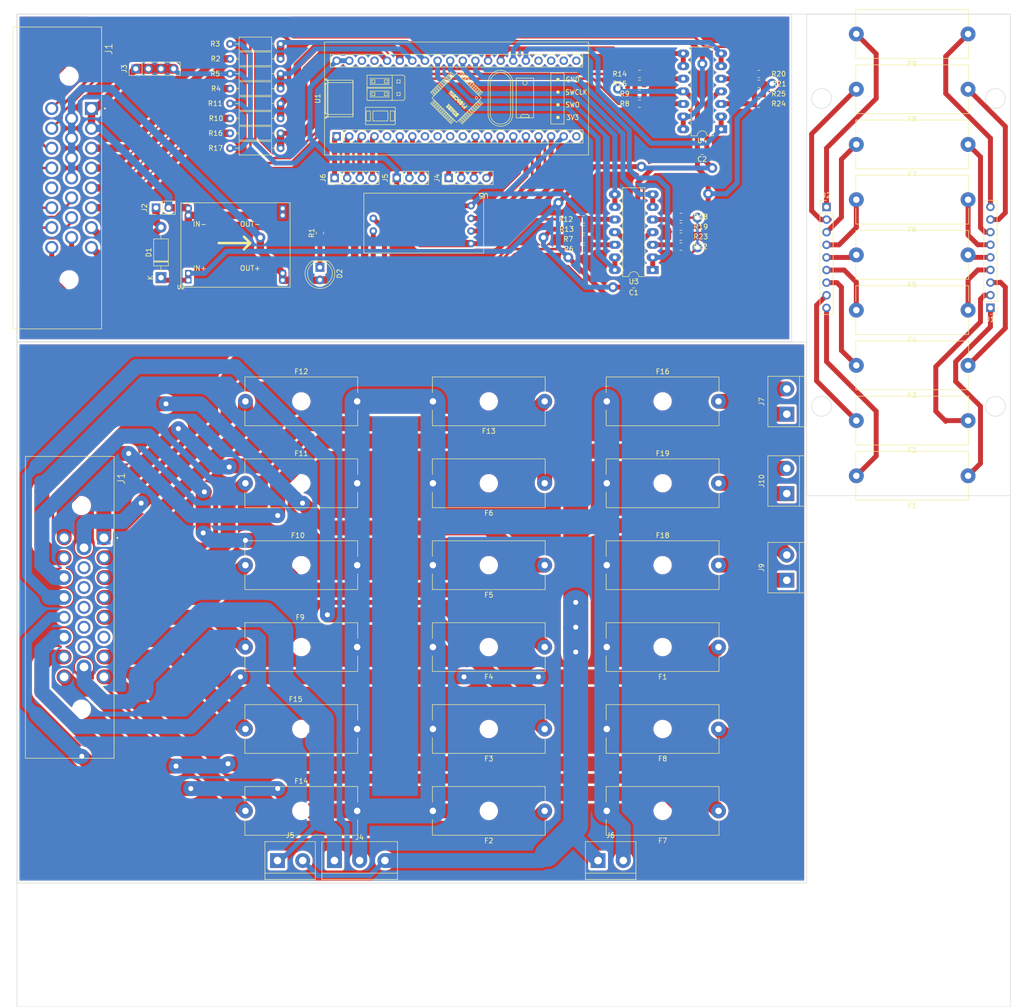
<source format=kicad_pcb>
(kicad_pcb (version 20211014) (generator pcbnew)
  (layers (0 "F.Cu" signal) (31 "B.Cu" signal) (34 "B.Paste" user) (35 "F.Paste" user) (36 "B.SilkS" user "B.Silkscreen") (37 "F.SilkS" user "F.Silkscreen") (38 "B.Mask" user) (39 "F.Mask" user) (44 "Edge.Cuts" user))
  (net 0 "")
  (footprint "Fuse:Fuseholder_Cylinder-5x20mm_Schurter_0031_8201_Horizontal_Open" (layer "F.Cu") (at 136.25 190 180)
    (fp_text reference "F3")
    (fp_text value "Fuse")
  )
  (footprint "Connector_PinHeader_2.54mm:PinHeader_1x04_P2.54mm_Vertical" (layer "F.Cu") (at 93.95 79 90)
    (fp_text reference "J6")
    (fp_text value "Conn_01x04_Male")
  )
  (footprint "Capacitor_SMD:C_0805_2012Metric" (layer "F.Cu") (at 154.175 100.415 180)
    (fp_text reference "C1")
    (fp_text value "C")
  )
  (footprint "Cheetah:DC-BRICK" (layer "F.Cu") (at 63 101)
    (fp_text reference "U2")
    (fp_text value "MP1584")
  )
  (footprint "Fuse:Fuseholder_Cylinder-5x20mm_Schurter_0031_8201_Horizontal_Open" (layer "F.Cu") (at 148.75 140.5)
    (fp_text reference "F19")
    (fp_text value "Fuse")
  )
  (footprint "Fuse:Fuseholder_Cylinder-5x20mm_Schurter_0031_8201_Horizontal_Open" (layer "F.Cu") (at 221.5 127.875 180)
    (fp_text reference "F2")
    (fp_text value "Fuse")
  )
  (footprint "Fuse:Fuseholder_Cylinder-5x20mm_Schurter_0031_8201_Horizontal_Open" (layer "F.Cu") (at 136.25 140.5 180)
    (fp_text reference "F6")
    (fp_text value "Fuse")
  )
  (footprint "TerminalBlock:TerminalBlock_bornier-2_P5.08mm" (layer "F.Cu") (at 185 126.58 90)
    (fp_text reference "J7")
    (fp_text value "CS_POWER")
  )
  (footprint "Connector_PinHeader_2.54mm:PinHeader_1x03_P2.54mm_Vertical" (layer "F.Cu") (at 106.475 79 90)
    (fp_text reference "J5")
    (fp_text value "UART")
  )
  (footprint "Fuse:Fuseholder_Cylinder-5x20mm_Schurter_0031_8201_Horizontal_Open" (layer "F.Cu") (at 76 140.5)
    (fp_text reference "F11")
    (fp_text value "Fuse")
  )
  (footprint "Capacitor_SMD:C_0805_2012Metric" (layer "F.Cu") (at 167.95 73.55 180)
    (fp_text reference "C2")
    (fp_text value "C")
  )
  (footprint "Fuse:Fuseholder_Cylinder-5x20mm_Schurter_0031_8201_Horizontal_Open" (layer "F.Cu") (at 221.5 116.75 180)
    (fp_text reference "F3")
    (fp_text value "Fuse")
  )
  (footprint "Fuse:Fuseholder_Cylinder-5x20mm_Schurter_0031_8201_Horizontal_Open" (layer "F.Cu") (at 76 206.5)
    (fp_text reference "F14")
    (fp_text value "Fuse")
  )
  (footprint "Resistor_SMD:R_0805_2012Metric" (layer "F.Cu") (at 91 90.0875 90)
    (fp_text reference "R1")
    (fp_text value "220")
  )
  (footprint "Resistor_THT:R_Axial_DIN0207_L6.3mm_D2.5mm_P10.16mm_Horizontal" (layer "F.Cu") (at 83.08 70 180)
    (fp_text reference "R16")
    (fp_text value "10k")
  )
  (footprint "Resistor_SMD:R_0805_2012Metric" (layer "F.Cu") (at 163.675 92.8275)
    (fp_text reference "R22")
    (fp_text value "10k")
  )
  (footprint "Resistor_SMD:R_0805_2012Metric" (layer "F.Cu") (at 179.3625 64.05)
    (fp_text reference "R24")
    (fp_text value "10k")
  )
  (footprint "Fuse:Fuseholder_Cylinder-5x20mm_Schurter_0031_8201_Horizontal_Open" (layer "F.Cu") (at 221.5 72.25 180)
    (fp_text reference "F7")
    (fp_text value "Fuse")
  )
  (footprint "Diode_THT:D_DO-41_SOD81_P10.16mm_Horizontal" (layer "F.Cu") (at 59 99.08 90)
    (fp_text reference "D1")
    (fp_text value "1N4007")
  )
  (footprint "Fuse:Fuseholder_Cylinder-5x20mm_Schurter_0031_8201_Horizontal_Open" (layer "F.Cu") (at 136.25 173.5 180)
    (fp_text reference "F4")
    (fp_text value "Fuse")
  )
  (footprint "Fuse:Fuseholder_Cylinder-5x20mm_Schurter_0031_8201_Horizontal_Open" (layer "F.Cu") (at 221.5 61.125 180)
    (fp_text reference "F8")
    (fp_text value "Fuse")
  )
  (footprint "Fuse:Fuseholder_Cylinder-5x20mm_Schurter_0031_8201_Horizontal_Open" (layer "F.Cu") (at 76 173.5)
    (fp_text reference "F9")
    (fp_text value "Fuse")
  )
  (footprint "Fuse:Fuseholder_Cylinder-5x20mm_Schurter_0031_8201_Horizontal_Open" (layer "F.Cu") (at 76 157)
    (fp_text reference "F10")
    (fp_text value "Fuse")
  )
  (footprint "Resistor_SMD:R_0805_2012Metric" (layer "F.Cu") (at 155.3625 62.05)
    (fp_text reference "R9")
    (fp_text value "20k")
  )
  (footprint "Fuse:Fuseholder_Cylinder-5x20mm_Schurter_0031_8201_Horizontal_Open" (layer "F.Cu") (at 171.25 206.5 180)
    (fp_text reference "F7")
    (fp_text value "Fuse")
  )
  (footprint "Package_DIP:DIP-14_W7.62mm_LongPads" (layer "F.Cu") (at 158 97.54 180)
    (fp_text reference "U3")
    (fp_text value "LM324")
  )
  (footprint "Resistor_THT:R_Axial_DIN0207_L6.3mm_D2.5mm_P10.16mm_Horizontal" (layer "F.Cu") (at 83.08 61 180)
    (fp_text reference "R4")
    (fp_text value "10k")
  )
  (footprint "Resistor_SMD:R_0805_2012Metric" (layer "F.Cu") (at 155.3625 60.05)
    (fp_text reference "R15")
    (fp_text value "20k")
  )
  (footprint "Fuse:Fuseholder_Cylinder-5x20mm_Schurter_0031_8201_Horizontal_Open" (layer "F.Cu") (at 221.5 50 180)
    (fp_text reference "F9")
    (fp_text value "Fuse")
  )
  (footprint "Fuse:Fuseholder_Cylinder-5x20mm_Schurter_0031_8201_Horizontal_Open" (layer "F.Cu") (at 221.5 83.375 180)
    (fp_text reference "F6")
    (fp_text value "Fuse")
  )
  (footprint "Fuse:Fuseholder_Cylinder-5x20mm_Schurter_0031_8201_Horizontal_Open" (layer "F.Cu") (at 136.25 124 180)
    (fp_text reference "F13")
    (fp_text value "Fuse")
  )
  (footprint "Resistor_SMD:R_0805_2012Metric" (layer "F.Cu") (at 163.675 90.8275 180)
    (fp_text reference "R23")
    (fp_text value "20k")
  )
  (footprint "TerminalBlock:TerminalBlock_bornier-2_P5.08mm" (layer "F.Cu") (at 185 160.04 90)
    (fp_text reference "J9")
    (fp_text value "ISOL_POWER")
  )
  (footprint "Resistor_SMD:R_0805_2012Metric" (layer "F.Cu") (at 179.3625 62.05 180)
    (fp_text reference "R25")
    (fp_text value "20k")
  )
  (footprint "Resistor_SMD:R_0805_2012Metric" (layer "F.Cu") (at 163.675 88.8275 180)
    (fp_text reference "R19")
    (fp_text value "20k")
  )
  (footprint "TerminalBlock:TerminalBlock_bornier-3_P5.08mm" (layer "F.Cu") (at 93.92 216.5)
    (fp_text reference "J4")
    (fp_text value "DC_CONVERTER")
  )
  (footprint "Resistor_THT:R_Axial_DIN0207_L6.3mm_D2.5mm_P10.16mm_Horizontal" (layer "F.Cu") (at 83.08 55 180)
    (fp_text reference "R2")
    (fp_text value "10k")
  )
  (footprint "Package_DIP:DIP-14_W7.62mm_LongPads" (layer "F.Cu") (at 171.775 69.175 180)
    (fp_text reference "U4")
    (fp_text value "LM324")
  )
  (footprint "Resistor_SMD:R_0805_2012Metric" (layer "F.Cu") (at 144.0875 91.3275)
    (fp_text reference "R7")
    (fp_text value "20k")
  )
  (footprint "Resistor_SMD:R_0805_2012Metric" (layer "F.Cu") (at 144.0875 93.3275 180)
    (fp_text reference "R6")
    (fp_text value "10k")
  )
  (footprint "Resistor_THT:R_Axial_DIN0207_L6.3mm_D2.5mm_P10.16mm_Horizontal" (layer "F.Cu") (at 72.92 73)
    (fp_text reference "R17")
    (fp_text value "20k")
  )
  (footprint "Fuse:Fuseholder_Cylinder-5x20mm_Schurter_0031_8201_Horizontal_Open" (layer "F.Cu") (at 221.5 105.625 180)
    (fp_text reference "F4")
    (fp_text value "Fuse")
  )
  (footprint "Resistor_SMD:R_0805_2012Metric" (layer "F.Cu") (at 155.3625 64.05 180)
    (fp_text reference "R8")
    (fp_text value "10k")
  )
  (footprint "TerminalBlock:TerminalBlock_bornier-2_P5.08mm" (layer "F.Cu") (at 82.46 216.5)
    (fp_text reference "J5")
    (fp_text value "VBAT")
  )
  (footprint "Connector_PinHeader_2.54mm:PinHeader_1x09_P2.54mm_Vertical" (layer "F.Cu") (at 193 84.85)
    (fp_text reference "J2")
    (fp_text value "Conn_01x09_Male")
  )
  (footprint "Fuse:Fuseholder_Cylinder-5x20mm_Schurter_0031_8201_Horizontal_Open" (layer "F.Cu") (at 148.75 157)
    (fp_text reference "F18")
    (fp_text value "Fuse")
  )
  (footprint "TerminalBlock:TerminalBlock_bornier-2_P5.08mm" (layer "F.Cu") (at 147 216.5)
    (fp_text reference "J6")
    (fp_text value "UNFUSED")
  )
  (footprint "Resistor_SMD:R_0805_2012Metric" (layer "F.Cu") (at 163.675 86.8275)
    (fp_text reference "R18")
    (fp_text value "10k")
  )
  (footprint "Resistor_SMD:R_0805_2012Metric" (layer "F.Cu") (at 155.3625 58.05 180)
    (fp_text reference "R14")
    (fp_text value "10k")
  )
  (footprint "Fuse:Fuseholder_Cylinder-5x20mm_Schurter_0031_8201_Horizontal_Open" (layer "F.Cu") (at 148.75 124)
    (fp_text reference "F16")
    (fp_text value "Fuse")
  )
  (footprint "Resistor_SMD:R_0805_2012Metric" (layer "F.Cu") (at 179.3625 60.05 180)
    (fp_text reference "R21")
    (fp_text value "20k")
  )
  (footprint "Resistor_SMD:R_0805_2012Metric" (layer "F.Cu") (at 144.0875 89.3275)
    (fp_text reference "R13")
    (fp_text value "20k")
  )
  (footprint "Connector_PinHeader_2.54mm:PinHeader_1x09_P2.54mm_Vertical" (layer "F.Cu") (at 226 105.15 180)
    (fp_text reference "J1")
    (fp_text value "Conn_01x09_Male")
  )
  (footprint "Fuse:Fuseholder_Cylinder-5x20mm_Schurter_0031_8201_Horizontal_Open" (layer "F.Cu") (at 136.25 206.5 180)
    (fp_text reference "F2")
    (fp_text value "Fuse")
  )
  (footprint "LED_THT:LED_D5.0mm" (layer "F.Cu") (at 91 97 -90)
    (fp_text reference "D2")
    (fp_text value "LED")
  )
  (footprint "Resistor_THT:R_Axial_DIN0207_L6.3mm_D2.5mm_P10.16mm_Horizontal" (layer "F.Cu") (at 72.92 58)
    (fp_text reference "R5")
    (fp_text value "20k")
  )
  (footprint "Resistor_THT:R_Axial_DIN0207_L6.3mm_D2.5mm_P10.16mm_Horizontal" (layer "F.Cu") (at 72.92 52)
    (fp_text reference "R3")
    (fp_text value "20k")
  )
  (footprint "Fuse:Fuseholder_Cylinder-5x20mm_Schurter_0031_8201_Horizontal_Open" (layer "F.Cu") (at 171.25 173.5 180)
    (fp_text reference "F1")
    (fp_text value "Fuse")
  )
  (footprint "Ampseal 23:TE_1-776087-1" (layer "F.Cu") (at 45 65 -90)
    (fp_text reference "J1")
    (fp_text value "1-776087-1")
  )
  (footprint "Resistor_THT:R_Axial_DIN0207_L6.3mm_D2.5mm_P10.16mm_Horizontal" (layer "F.Cu") (at 72.92 64)
    (fp_text reference "R11")
    (fp_text value "20k")
  )
  (footprint "Fuse:Fuseholder_Cylinder-5x20mm_Schurter_0031_8201_Horizontal_Open" (layer "F.Cu") (at 221.5 139 180)
    (fp_text reference "F1")
    (fp_text value "Fuse")
  )
  (footprint "Fuse:Fuseholder_Cylinder-5x20mm_Schurter_0031_8201_Horizontal_Open" (layer "F.Cu") (at 221.5 94.5 180)
    (fp_text reference "F5")
    (fp_text value "Fuse")
  )
  (footprint "Connector_PinHeader_2.54mm:PinHeader_1x04_P2.54mm_Vertical" (layer "F.Cu") (at 116.92 79 90)
    (fp_text reference "J4")
    (fp_text value "Conn_01x04_Male")
  )
  (footprint "Cheetah:TJA1050-Module" (layer "F.Cu") (at 123.97 82.0625 180)
    (fp_text reference "U5")
    (fp_text value "TJA1050-Module")
  )
  (footprint "Resistor_THT:R_Axial_DIN0207_L6.3mm_D2.5mm_P10.16mm_Horizontal" (layer "F.Cu") (at 83.08 67 180)
    (fp_text reference "R10")
    (fp_text value "10k")
  )
  (footprint "Resistor_SMD:R_0805_2012Metric" (layer "F.Cu") (at 179.3625 58.05)
    (fp_text reference "R20")
    (fp_text value "10k")
  )
  (footprint "Fuse:Fuseholder_Cylinder-5x20mm_Schurter_0031_8201_Horizontal_Open" (layer "F.Cu") (at 136.25 157 180)
    (fp_text reference "F5")
    (fp_text value "Fuse")
  )
  (footprint "STM32:YAAJ_BluePill_1" (layer "F.Cu") (at 94.37 70.62 90)
    (fp_text reference "U1")
    (fp_text value "YAAJ_BluePill" hide)
  )
  (footprint "Fuse:Fuseholder_Cylinder-5x20mm_Schurter_0031_8201_Horizontal_Open" (layer "F.Cu") (at 76 190)
    (fp_text reference "F15")
    (fp_text value "Fuse")
  )
  (footprint "Fuse:Fuseholder_Cylinder-5x20mm_Schurter_0031_8201_Horizontal_Open" (layer "F.Cu") (at 76 124)
    (fp_text reference "F12")
    (fp_text value "Fuse")
  )
  (footprint "Fuse:Fuseholder_Cylinder-5x20mm_Schurter_0031_8201_Horizontal_Open" (layer "F.Cu") (at 171.25 190 180)
    (fp_text reference "F8")
    (fp_text value "Fuse")
  )
  (footprint "Connector_PinHeader_2.54mm:PinHeader_1x04_P2.54mm_Vertical" (layer "F.Cu") (at 53.92 57 90)
    (fp_text reference "J3")
    (fp_text value "Conn_01x04_Male")
  )
  (footprint "Connector_PinHeader_2.54mm:PinHeader_1x02_P2.54mm_Vertical" (layer "F.Cu") (at 58 85 90)
    (fp_text reference "J2")
    (fp_text value "Conn_01x02_Male")
  )
  (footprint "Resistor_SMD:R_0805_2012Metric" (layer "F.Cu") (at 144.0875 87.3275 180)
    (fp_text reference "R12")
    (fp_text value "10k")
  )
  (footprint "Ampseal 23:TE_1-776087-1" (layer "F.Cu") (at 47.5 151.5 -90)
    (fp_text reference "J1")
    (fp_text value "1-776087-1")
  )
  (footprint "TerminalBlock:TerminalBlock_bornier-2_P5.08mm" (layer "F.Cu") (at 185 142.58 90)
    (fp_text reference "J10")
    (fp_text value "AUX_POWER")
  )
  (gr_circle (center 192 125) (end 194 125) (layer "Edge.Cuts") (width 0.1) (fill none))
  (gr_circle (center 227 63) (end 229 63) (layer "Edge.Cuts") (width 0.1) (fill none))
  (gr_circle (center 227 125) (end 229 125) (layer "Edge.Cuts") (width 0.1) (fill none))
  (gr_line (start 189 46) (end 189 143) (layer "Edge.Cuts") (width 0.1))
  (gr_line (start 230 46) (end 189 46) (layer "Edge.Cuts") (width 0.1))
  (gr_rect (start 30 46) (end 230 246) (layer "Edge.Cuts") (width 0.1) (fill none))
  (gr_circle (center 192 63) (end 194 63) (layer "Edge.Cuts") (width 0.1) (fill none))
  (gr_rect (start 30 112.04) (end 189 221.04) (layer "Edge.Cuts") (width 0.1) (fill none))
  (gr_line (start 230 143) (end 230 46) (layer "Edge.Cuts") (width 0.1))
  (gr_rect (start 30 46) (end 186 112) (layer "Edge.Cuts") (width 0.1) (fill none))
  (gr_line (start 189 143) (end 230 143) (layer "Edge.Cuts") (width 0.1))
  (segment (start 227.63 87.37) (end 229 86) (width 1) (layer "F.Cu") (net 0))
  (segment (start 98 95) (end 98 87) (width 1.5) (layer "F.Cu") (net 0))
  (segment (start 174.96 124) (end 177.54 126.58) (width 3) (layer "F.Cu") (net 0))
  (segment (start 137.55 80.45) (end 137.55 70.62) (width 1) (layer "F.Cu") (net 0))
  (segment (start 45 182) (end 42 182) (width 3) (layer "F.Cu") (net 0))
  (segment (start 47 102) (end 41 96) (width 1) (layer "F.Cu") (net 0))
  (segment (start 85 70) (end 83.08 70) (width 1) (layer "F.Cu") (net 0))
  (segment (start 226 71) (end 217 62) (width 1) (layer "F.Cu") (net 0))
  (segment (start 122 78) (end 127.39 72.61) (width 1) (layer "F.Cu") (net 0))
  (segment (start 79 91) (end 79 93.7) (width 1.5) (layer "F.Cu") (net 0))
  (segment (start 150 101) (end 152.64 101) (width 1) (layer "F.Cu") (net 0))
  (segment (start 84.54952 47.40096) (end 44.59904 47.40096) (width 0.5) (layer "F.Cu") (net 0))
  (segment (start 167 64) (end 164.555 61.555) (width 1) (layer "F.Cu") (net 0))
  (segment (start 65 202) (end 54.510548 202) (width 3) (layer "F.Cu") (net 0))
  (segment (start 180.275 58.031808) (end 181 57.306808) (width 0.5) (layer "F.Cu") (net 0))
  (segment (start 115 197) (end 72.5 197) (width 3) (layer "F.Cu") (net 0))
  (segment (start 190 70.125) (end 199 61.125) (width 1) (layer "F.Cu") (net 0))
  (segment (start 47.5 175.5) (end 61.5 175.5) (width 3) (layer "F.Cu") (net 0))
  (segment (start 217 62) (end 217 54.5) (width 1) (layer "F.Cu") (net 0))
  (segment (start 135.01 79.99) (end 125.3175 89.6825) (width 1) (layer "F.Cu") (net 0))
  (segment (start 37 99.075238) (end 41.224281 103.299519) (width 1) (layer "F.Cu") (net 0))
  (segment (start 145 87.3275) (end 150.3275 87.3275) (width 1) (layer "F.Cu") (net 0))
  (segment (start 93.95 71.04) (end 94.37 70.62) (width 1) (layer "F.Cu") (net 0))
  (segment (start 76 129.024022) (end 76 124) (width 3) (layer "F.Cu") (net 0))
  (segment (start 119.46 79) (end 119.46 77.54) (width 1) (layer "F.Cu") (net 0))
  (segment (start 96.49 79) (end 96.49 71.04) (width 1) (layer "F.Cu") (net 0))
  (segment (start 52 73) (end 45 73) (width 1.5) (layer "F.Cu") (net 0))
  (segment (start 76 140.5) (end 72.5 144) (width 3) (layer "F.Cu") (net 0))
  (segment (start 151.93 91.07) (end 155 88) (width 1) (layer "F.Cu") (net 0))
  (segment (start 217 128) (end 217.125 127.875) (width 1) (layer "F.Cu") (net 0))
  (segment (start 52.5 124.5) (end 35 142) (width 3) (layer "F.Cu") (net 0))
  (segment (start 154.45 62.05) (end 152.05 62.05) (width 1) (layer "F.Cu") (net 0))
  (segment (start 177.54 126.58) (end 185 126.58) (width 3) (layer "F.Cu") (net 0))
  (segment (start 32 100.261384) (end 32 90.869308) (width 0.5) (layer "F.Cu") (net 0))
  (segment (start 160.415 59.015) (end 164.155 59.015) (width 1) (layer "F.Cu") (net 0))
  (segment (start 78.633386 137) (end 72.97309 137) (width 3) (layer "F.Cu") (net 0))
  (segment (start 88 57) (end 88 67) (width 1) (layer "F.Cu") (net 0))
  (segment (start 35.143845 85) (end 31 89.143845) (width 0.5) (layer "F.Cu") (net 0))
  (segment (start 168.9 64.03) (end 171.375 61.555) (width 1) (layer "F.Cu") (net 0))
  (segment (start 156.275 64.05) (end 156.275 62.05) (width 1) (layer "F.Cu") (net 0))
  (segment (start 217.125 127.875) (end 221.5 127.875) (width 1) (layer "F.Cu") (net 0))
  (segment (start 41.224281 103.299519) (end 97.700481 103.299519) (width 1) (layer "F.Cu") (net 0))
  (segment (start 145 91.3275) (end 145 93.3275) (width 1) (layer "F.Cu") (net 0))
  (segment (start 158 77) (end 167 77) (width 1) (layer "F.Cu") (net 0))
  (segment (start 138.5 117) (end 142.5 121) (width 5) (layer "F.Cu") (net 0))
  (segment (start 109.015 76.015) (end 107 74) (width 1) (layer "F.Cu") (net 0))
  (segment (start 164.5875 88.8275) (end 164.5875 90.8275) (width 1) (layer "F.Cu") (net 0))
  (segment (start 229 68.625) (end 221.5 61.125) (width 1) (layer "F.Cu") (net 0))
  (segment (start 72.5 119.5) (end 75 117) (width 3) (layer "F.Cu") (net 0))
  (segment (start 169.1725 87.8275) (end 169.1725 82.1725) (width 1) (layer "F.Cu") (net 0))
  (segment (start 52 81) (end 66 67) (width 1.5) (layer "F.Cu") (net 0))
  (segment (start 155.125 100.415) (end 155.125 101.875) (width 1) (layer "F.Cu") (net 0))
  (segment (start 171.25 157) (end 175.96 157) (width 3) (layer "F.Cu") (net 0))
  (segment (start 175.45 58.05) (end 174.485 59.015) (width 1) (layer "F.Cu") (net 0))
  (segment (start 55 144.5) (end 72.5 127) (width 3) (layer "F.Cu") (net 0))
  (segment (start 121.43 92.2225) (end 125.7775 92.2225) (width 1) (layer "F.Cu") (net 0))
  (segment (start 93.46 99.54) (end 98 95) (width 1.5) (layer "F.Cu") (net 0))
  (segment (start 150 53) (end 150.935 53.935) (width 1) (layer "F.Cu") (net 0))
  (segment (start 203 135) (end 199 139) (width 1) (layer "F.Cu") (net 0))
  (segment (start 70 167.5) (end 47.5 167.5) (width 3) (layer "F.Cu") (net 0))
  (segment (start 164.555 61.555) (end 164.155 61.555) (width 1) (layer "F.Cu") (net 0))
  (segment (start 134.6725 87.3275) (end 143.175 87.3275) (width 0.5) (layer "F.Cu") (net 0))
  (segment (start 45 81) (end 52 81) (width 1.5) (layer "F.Cu") (net 0))
  (segment (start 177.5 209.5) (end 175 212) (width 3) (layer "F.Cu") (net 0))
  (segment (start 179.08 149.04) (end 145 149.04) (width 3) (layer "F.Cu") (net 0))
  (segment (start 108.6025 84.6025) (end 106.475 82.475) (width 1) (layer "F.Cu") (net 0))
  (segment (start 143.175 93.3275) (end 129.803192 93.3275) (width 0.5) (layer "F.Cu") (net 0))
  (segment (start 155.125 101.875) (end 153 104) (width 1) (layer "F.Cu") (net 0))
  (segment (start 130 132) (end 92.5 132) (width 3) (layer "F.Cu") (net 0))
  (segment (start 101.95 58.05) (end 85 75) (width 0.5) (layer "F.Cu") (net 0))
  (segment (start 154.45 60.45) (end 154.45 60.05) (width 1) (layer "F.Cu") (net 0))
  (segment (start 158 87.38) (end 161.315 87.38) (width 1) (layer "F.Cu") (net 0))
  (segment (start 155 80) (end 158 77) (width 1) (layer "F.Cu") (net 0))
  (segment (start 179 160.04) (end 185 160.04) (width 3) (layer "F.Cu") (net 0))
  (segment (start 124.75 162) (end 90 162) (width 3) (layer "F.Cu") (net 0))
  (segment (start 122 79) (end 122 78) (width 1) (layer "F.Cu") (net 0))
  (segment (start 176.46 140.5) (end 171.25 140.5) (width 3) (layer "F.Cu") (net 0))
  (segment (start 64.5 99.6) (end 59.52 99.6) (width 1) (layer "F.Cu") (net 0))
  (segment (start 34 71) (end 36 73) (width 0.5) (layer "F.Cu") (net 0))
  (segment (start 85 75) (end 81 75) (width 0.5) (layer "F.Cu") (net 0))
  (segment (start 34 100) (end 38.349039 104.349039) (width 0.5) (layer "F.Cu") (net 0))
  (segment (start 64.5 86.53) (end 64.5 88.5) (width 1.5) (layer "F.Cu") (net 0))
  (segment (start 60.474534 197.474534) (end 45 182) (width 3) (layer "F.Cu") (net 0))
  (segment (start 152.05 62.05) (end 151 61) (width 1) (layer "F.Cu") (net 0))
  (segment (start 153 104) (end 150 104) (width 1) (layer "F.Cu") (net 0))
  (segment (start 124.54 79) (end 129.93 73.61) (width 1) (layer "F.Cu") (net 0))
  (segment (start 129.803192 93.3275) (end 117.982133 105.148559) (width 0.5) (layer "F.Cu") (net 0))
  (segment (start 193 84.85) (end 193 73) (width 1) (layer "F.Cu") (net 0))
  (segment (start 224 89) (end 224 74.75) (width 1) (layer "F.Cu") (net 0))
  (segment (start 226 105.15) (end 226 109) (width 1) (layer "F.Cu") (net 0))
  (segment (start 33 59) (end 33 75) (width 0.5) (layer "F.Cu") (net 0))
  (segment (start 190 85.592081) (end 190 70.125) (width 1) (layer "F.Cu") (net 0))
  (segment (start 193 95.01) (end 198.49 95.01) (width 1) (layer "F.Cu") (net 0))
  (segment (start 49 179.5) (end 47.5 179.5) (width 3) (layer "F.Cu") (net 0))
  (segment (start 97.7 82.475) (end 106.475 82.475) (width 1) (layer "F.Cu") (net 0))
  (segment (start 131.75 128.5) (end 87.133386 128.5) (width 3) (layer "F.Cu") (net 0))
  (segment (start 35 182.489452) (end 44.510548 192) (width 3) (layer "F.Cu") (net 0))
  (segment (start 107.07 54.177919) (end 107.07 55.38) (width 1.5) (layer "F.Cu") (net 0))
  (segment (start 125.3175 89.6825) (end 121.43 89.6825) (width 1) (layer "F.Cu") (net 0))
  (segment (start 164.76 87) (end 164.5875 86.8275) (width 0.5) (layer "F.Cu") (net 0))
  (segment (start 178.45 58.05) (end 178.45 60.05) (width 1) (layer "F.Cu") (net 0))
  (segment (start 42 182) (end 39.5 179.5) (width 3) (layer "F.Cu") (net 0))
  (segment (start 107 74) (end 107.07 73.93) (width 1) (layer "F.Cu") (net 0))
  (segment (start 164.5875 92.8275) (end 164.5875 94.051522) (width 0.5) (layer "F.Cu") (net 0))
  (segment (start 143.175 89.3275) (end 143.175 91.3275) (width 1) (layer "F.Cu") (net 0))
  (segment (start 159.45 58.05) (end 160.415 59.015) (width 1) (layer "F.Cu") (net 0))
  (segment (start 75 117) (end 138.5 117) (width 5) (layer "F.Cu") (net 0))
  (segment (start 152.639022 106) (end 37.738616 106) (width 0.5) (layer "F.Cu") (net 0))
  (segment (start 145 149.04) (end 142.5 151.54) (width 3) (layer "F.Cu") (net 0))
  (segment (start 79 93.7) (end 83.5 98.2) (width 1.5) (layer "F.Cu") (net 0))
  (segment (start 76 173.5) (end 70 167.5) (width 3) (layer "F.Cu") (net 0))
  (segment (start 175 212) (end 167.5 212) (width 3) (layer "F.Cu") (net 0))
  (segment (start 142.5 164.5) (end 142.5 169.5) (width 5) (layer "F.Cu") (net 0))
  (segment (start 38.017867 105.148559) (end 33 100.130692) (width 0.5) (layer "F.Cu") (net 0))
  (segment (start 124.85 72.15) (end 124.85 70.62) (width 1) (layer "F.Cu") (net 0))
  (segment (start 44.59904 47.40096) (end 33 59) (width 0.5) (layer "F.Cu") (net 0))
  (segment (start 109.015 79) (end 109.015 76.015) (width 1) (layer "F.Cu") (net 0))
  (segment (start 178.54 142.58) (end 176.46 140.5) (width 3) (layer "F.Cu") (net 0))
  (segment (start 35 89) (end 37 89) (width 0.5) (layer "F.Cu") (net 0))
  (segment (start 182.46 121.5) (end 180 119.04) (width 3) (layer "F.Cu") (net 0))
  (segment (start 99.03 79) (end 99.03 71.04) (width 1) (layer "F.Cu") (net 0))
  (segment (start 219 116) (end 219 120) (width 1) (layer "F.Cu") (net 0))
  (segment (start 158 89.92) (end 157.6 89.92) (width 1) (layer "F.Cu") (net 0))
  (segment (start 32 90.869308) (end 36.007297 86.862011) (width 0.5) (layer "F.Cu") (net 0))
  (segment (start 175.96 157) (end 179 160.04) (width 3) (layer "F.Cu") (net 0))
  (segment (start 47.5 151.5) (end 47.5 144.5) (width 3) (layer "F.Cu") (net 0))
  (segment (start 142.5 134.54) (end 142.5 151.54) (width 5) (layer "F.Cu") (net 0))
  (segment (start 136.25 140.5) (end 136.25 138.25) (width 3) (layer "F.Cu") (net 0))
  (segment (start 37.407444 106.79952) (end 37.607924 107) (width 0.5) (layer "F.Cu") (net 0))
  (segment (start 83.5 86.53) (end 88.355 86.53) (width 1.5) (layer "F.Cu") (net 0))
  (segment (start 37.738616 106) (end 32 100.261384) (width 0.5) (layer "F.Cu") (net 0))
  (segment (start 102.130692 59) (end 85.130692 76) (width 0.5) (layer "F.Cu") (net 0))
  (segment (start 104 97) (end 104 89.3975) (width 1) (layer "F.Cu") (net 0))
  (segment (start 226 109) (end 219 116) (width 1) (layer "F.Cu") (net 0))
  (segment (start 129.93 73.61) (end 129.93 70.62) (width 1) (layer "F.Cu") (net 0))
  (segment (start 99.03 71.04) (end 99.45 70.62) (width 1) (layer "F.Cu") (net 0))
  (segment (start 185 137.5) (end 178.46 137.5) (width 3) (layer "F.Cu") (net 0))
  (segment (start 171.775 56.475) (end 171.775 53.935) (width 1) (layer "F.Cu") (net 0))
  (segment (start 199 100) (end 196.55 97.55) (width 1) (layer "F.Cu") (net 0))
  (segment (start 111.2225 92.2225) (end 121.43 92.2225) (width 1.5) (layer "F.Cu") (net 0))
  (segment (start 72.5 124.5) (end 72.5 119.5) (width 3) (layer "F.Cu") (net 0))
  (segment (start 72.92 61) (end 68 61) (width 1.5) (layer "F.Cu") (net 0))
  (segment (start 80 76) (end 77 73) (width 0.5) (layer "F.Cu") (net 0))
  (segment (start 96.49 71.04) (end 96.91 70.62) (width 1) (layer "F.Cu") (net 0))
  (segment (start 156.275 58.05) (end 156.275 60.05) (width 1) (layer "F.Cu") (net 0))
  (segment (start 136.25 206.5) (end 132.750489 209.999511) (width 3) (layer "F.Cu") (net 0))
  (segment (start 67 70) (end 52 85) (width 1.5) (layer "F.Cu") (net 0))
  (segment (start 34 62.278315) (end 34 71) (width 0.5) (layer "F.Cu") (net 0))
  (segment (start 142.5 121) (end 142.5 134.54) (width 5) (layer "F.Cu") (net 0))
  (segment (start 103.02452 84.02452) (end 111.2225 92.2225) (width 1.5) (layer "F.Cu") (net 0))
  (segment (start 177.5 196.25) (end 177.5 209.5) (width 3) (layer "F.Cu") (net 0))
  (segment (start 75.869308 50) (end 55 50) (width 0.5) (layer "F.Cu") (net 0))
  (segment (start 181 57.306808) (end 181 56) (width 0.5) (layer "F.Cu") (net 0))
  (segment (start 83.5 85.13) (end 83.5 86.53) (width 3) (layer "F.Cu") (net 0))
  (segment (start 167 73.55) (end 167 64) (width 1) (layer "F.Cu") (net 0))
  (segment (start 41 83.633282) (end 41 83) (width 0.5) (layer "F.Cu") (net 0))
  (segment (start 90.808648 52) (end 104.892081 52) (width 1.5) (layer "F.Cu") (net 0))
  (segment (start 162.395 92.46) (end 162.7625 92.8275) (width 1) (layer "F.Cu") (net 0))
  (segment (start 199 105.625) (end 199 100) (width 1) (layer "F.Cu") (net 0))
  (segment (start 83.5 86.53) (end 64.5 86.53) (width 1.5) (layer "F.Cu") (net 0))
  (segment (start 229 86) (end 229 68.625) (width 1) (layer "F.Cu") (net 0))
  (segment (start 196 75.25) (end 199 72.25) (width 1) (layer "F.Cu") (net 0))
  (segment (start 203 54) (end 199 50) (width 1) (layer "F.Cu") (net 0))
  (segment (start 193 100.09) (end 195.09 100.09) (width 1) (layer "F.Cu") (net 0))
  (segment (start 45.92 65) (end 53.92 57) (width 1.5) (layer "F.Cu") (net 0))
  (segment (start 226 100.07) (end 227.93 100.07) (width 1) (layer "F.Cu") (net 0))
  (segment (start 101.57 79) (end 101.57 71.04) (width 1) (layer "F.Cu") (net 0))
  (segment (start 82.5 140.866614) (end 82.5 147) (width 3) (layer "F.Cu") (net 0))
  (segment (start 109.61 72.61) (end 109.61 70.62) (width 1) (layer "F.Cu") (net 0))
  (segment (start 181.95 60.05) (end 182 60) (width 1) (layer "F.Cu") (net 0))
  (segment (start 221.5 90.5) (end 221.5 83.375) (width 1) (layer "F.Cu") (net 0))
  (segment (start 166.48 50.65096) (end 85.65096 50.65096) (width 0.5) (layer "F.Cu") (net 0))
  (segment (start 154.45 64.05) (end 151.05 64.05) (width 0.5) (layer "F.Cu") (net 0))
  (segment (start 180.275 62.05) (end 180.275 60.05) (width 1) (layer "F.Cu") (net 0))
  (segment (start 45 65) (end 45 69) (width 1.5) (layer "F.Cu") (net 0))
  (segment (start 224 108) (end 215 117) (width 1) (layer "F.Cu") (net 0))
  (segment (start 76 157) (end 69.5 163.5) (width 3) (layer "F.Cu") (net 0))
  (segment (start 132.5 157) (end 125 149.5) (width 3) (layer "F.Cu") (net 0))
  (segment (start 106.475 82.475) (end 106.475 79) (width 1) (layer "F.Cu") (net 0))
  (segment (start 161.315 87.38) (end 162.7625 88.8275) (width 1) (layer "F.Cu") (net 0))
  (segment (start 72.97309 137) (end 72.736545 137.236545) (width 3) (layer "F.Cu") (net 0))
  (segment (start 175.982132 49.85144) (end 87 49.85144) (width 0.5) (layer "F.Cu") (net 0))
  (segment (start 111.555 74.555) (end 109.61 72.61) (width 1) (layer "F.Cu") (net 0))
  (segment (start 72.5 144) (end 72.5 152) (width 3) (layer "F.Cu") (net 0))
  (segment (start 155.727561 76.727561) (end 146.272439 76.727561) (width 1) (layer "F.Cu") (net 0))
  (segment (start 226 87.37) (end 227.63 87.37) (width 1) (layer "F.Cu") (net 0))
  (segment (start 97.700481 103.299519) (end 104 97) (width 1) (layer "F.Cu") (net 0))
  (segment (start 180 119.04) (end 144.46 119.04) (width 3) (layer "F.Cu") (net 0))
  (segment (start 224.797919 102.61) (end 224 103.407919) (width 1) (layer "F.Cu") (net 0))
  (segment (start 61.5 175.5) (end 76 190) (width 3) (layer "F.Cu") (net 0))
  (segment (start 81 75) (end 78 72) (width 0.5) (layer "F.Cu") (net 0))
  (segment (start 37 85) (end 35.143845 85) (width 0.5) (layer "F.Cu") (net 0))
  (segment (start 48 96) (end 45 93) (width 1.5) (layer "F.Cu") (net 0))
  (segment (start 39 66) (end 39 67) (width 0.5) (layer "F.Cu") (net 0))
  (segment (start 178.45 58.05) (end 175.45 58.05) (width 1) (layer "F.Cu") (net 0))
  (segment (start 98 87) (end 100.97548 84.02452) (width 1.5) (layer "F.Cu") (net 0))
  (segment (start 158 92.46) (end 162.395 92.46) (width 1) (layer "F.Cu") (net 0))
  (segment (start 72.92 67) (end 66 67) (width 1.5) (layer "F.Cu") (net 0))
  (segment (start 53 49) (end 37 65) (width 0.5) (layer "F.Cu") (net 0))
  (segment (start 88 67) (end 85 70) (width 1) (layer "F.Cu") (net 0))
  (segment (start 83.500489 203.000489) (end 82.5 202) (width 3) (layer "F.Cu") (net 0))
  (segment (start 135.01 70.62) (end 135.01 79.99) (width 1) (layer "F.Cu") (net 0))
  (segment (start 35.862011 91.137989) (end 34 93) (width 0.5) (layer "F.Cu") (net 0))
  (segment (start 177.58548 52.58548) (end 168.41452 52.58548) (width 0.5) (layer "F.Cu") (net 0))
  (segment (start 150.38 92.46) (end 145.8675 92.46) (width 1) (layer "F.Cu") (net 0))
  (segment (start 104.892081 52) (end 107.07 54.177919) (width 1.5) (layer "F.Cu") (net 0))
  (segment (start 57 96) (end 48 96) (width 1.5) (layer "F.Cu") (net 0))
  (segment (start 77 73) (end 77 51.130692) (width 0.5) (layer "F.Cu") (net 0))
  (segment (start 111.555 79) (end 111.555 74.555) (width 1) (layer "F.Cu") (net 0))
  (segment (start 47.5 155.5) (end 49.524022 155.5) (width 3) (layer "F.Cu") (net 0))
  (segment (start 155.125 92.395) (end 155.125 100.415) (width 1) (layer "F.Cu") (net 0))
  (segment (start 191 104.63) (end 191 119.875) (width 1) (layer "F.Cu") (net 0))
  (segment (start 229 101) (end 229 109.25) (width 1) (layer "F.Cu") (net 0))
  (segment (start 119.46 77.54) (end 124.85 72.15) (width 1) (layer "F.Cu") (net 0))
  (segment (start 224 74.75) (end 221.5 72.25) (width 1) (layer "F.Cu") (net 0))
  (segment (start 228 100) (end 229 101) (width 1) (layer "F.Cu") (net 0))
  (segment (start 164.11 64.05) (end 164.155 64.095) (width 1) (layer "F.Cu") (net 0))
  (segment (start 54.510548 202) (end 44.510548 192) (width 3) (layer "F.Cu") (net 0))
  (segment (start 36.007297 86.862011) (end 37.771271 86.862011) (width 0.5) (layer "F.Cu") (net 0))
  (segment (start 67.5 150.49952) (end 67.5 142.47309) (width 3) (layer "F.Cu") (net 0))
  (segment (start 171.25 173.5) (end 165.25 179.5) (width 3) (layer "F.Cu") (net 0))
  (segment (start 64.5 98.2) (end 64.5 99.6) (width 1) (layer "F.Cu") (net 0))
  (segment (start 167 77) (end 167 73.55) (width 1) (layer "F.Cu") (net 0))
  (segment (start 164.5875 88.8275) (end 168.1725 88.8275) (width 1) (layer "F.Cu") (net 0))
  (segment (start 60 124.5) (end 52.5 124.5) (width 3) (layer "F.Cu") (net 0))
  (segment (start 223.45 92.45) (end 221.5 90.5) (width 1) (layer "F.Cu") (net 0))
  (segment (start 102.880489 53.730489) (end 91.269511 53.730489) (width 1) (layer "F.Cu") (net 0))
  (segment (start 97 102) (end 47 102) (width 1) (layer "F.Cu") (net 0))
  (segment (start 58 85) (end 58 87.92) (width 1.5) (layer "F.Cu") (net 0))
  (segment (start 33 75) (end 35 77) (width 0.5) (layer "F.Cu") (net 0))
  (segment (start 38.349039 104.349039) (end 117.650961 104.349039) (width 0.5) (layer "F.Cu") (net 0))
  (segment (start 217 54.5) (end 221.5 50) (width 1) (layer "F.Cu") (net 0))
  (segment (start 91 97) (end 91 91) (width 1) (layer "F.Cu") (net 0))
  (segment (start 153.225 92.365) (end 151.93 91.07) (width 1) (layer "F.Cu") (net 0))
  (segment (start 132.750489 209.999511) (end 57.560991 209.999511) (width 3) (layer "F.Cu") (net 0))
  (segment (start 72.5 127) (end 72.5 124.5) (width 3) (layer "F.Cu") (net 0))
  (segment (start 150.935 53.935) (end 164.155 53.935) (width 1) (layer "F.Cu") (net 0))
  (segment (start 35 177) (end 35 182) (width 3) (layer "F.Cu") (net 0))
  (segment (start 124.85 54.15) (end 127.29952 51.70048) (width 1) (layer "F.Cu") (net 0))
  (segment (start 193 73) (end 203 63) (width 1) (layer "F.Cu") (net 0))
  (segment (start 226 84.83) (end 226 71) (width 1) (layer "F.Cu") (net 0))
  (segment (start 88.355 86.53) (end 91 89.175) (width 1.5) (layer "F.Cu") (net 0))
  (segment (start 150 104) (end 141 95) (width 1) (layer "F.Cu") (net 0))
  (segment (start 156.275 64.05) (end 164.11 64.05) (width 1) (layer "F.Cu") (net 0))
  (segment (start 91 89.175) (end 97.7 82.475) (width 1) (layer "F.Cu") (net 0))
  (segment (start 143.175 89.3275) (end 137.6725 89.3275) (width 1) (layer "F.Cu") (net 0))
  (segment (start 162.7625 92.8275) (end 162.7625 90.8275) (width 1) (layer "F.Cu") (net 0))
  (segment (start 136.25 157) (end 132.5 157) (width 3) (layer "F.Cu") (net 0))
  (segment (start 83.08 70) (end 83.08 73) (width 1.5) (layer "F.Cu") (net 0))
  (segment (start 150.78 89.92) (end 150.38 89.92) (width 1) (layer "F.Cu") (net 0))
  (segment (start 150.38 97.54) (end 150.38 95) (width 1) (layer "F.Cu") (net 0))
  (segment (start 64.5 88.5) (end 57 96) (width 1.5) (layer "F.Cu") (net 0))
  (segment (start 151.93 91.07) (end 150.78 89.92) (width 1) (layer "F.Cu") (net 0))
  (segment (start 116.92 77.08) (end 122.31 71.69) (width 1) (layer "F.Cu") (net 0))
  (segment (start 92.5 149.5) (end 87.5 144.5) (width 3) (layer "F.Cu") (net 0))
  (segment (start 123.8575 87.1425) (end 132.47 78.53) (width 1) (layer "F.Cu") (net 0))
  (segment (start 83.5 99.6) (end 83.5 98.2) (width 1.5) (layer "F.Cu") (net 0))
  (segment (start 167.5 212) (end 165 209.5) (width 3) (layer "F.Cu") (net 0))
  (segment (start 39.5 179.5) (end 40.8125 180.8125) (width 3) (layer "F.Cu") (net 0))
  (segment (start 91.366614 132) (end 82.5 140.866614) (width 3) (layer "F.Cu") (net 0))
  (segment (start 142.5 169.5) (end 142.5 174.5) (width 5) (layer "F.Cu") (net 0))
  (segment (start 101.745 89.6825) (end 101.745 97.255) (width 1) (layer "F.Cu") (net 0))
  (segment (start 31 100.392076) (end 37.407444 106.79952) (width 0.5) (layer "F.Cu") (net 0))
  (segment (start 196 86.93) (end 196 75.25) (width 1) (layer "F.Cu") (net 0))
  (segment (start 52.5 134.5) (end 49.010548 134.5) (width 3) (layer "F.Cu") (net 0))
  (segment (start 35 77) (end 37 77) (width 0.5) (layer "F.Cu") (net 0))
  (segment (start 113.25 167) (end 95 167) (width 3) (layer "F.Cu") (net 0))
  (segment (start 157.6 89.92) (end 155.125 92.395) (width 1) (layer "F.Cu") (net 0))
  (segment (start 121.43 87.1425) (end 123.8575 87.1425) (width 1) (layer "F.Cu") (net 0))
  (segment (start 65 159.5) (end 47.5 159.5) (width 3) (layer "F.Cu") (net 0))
  (segment (start 48 92) (end 45 89) (width 1.5) (layer "F.Cu") (net 0))
  (segment (start 199 83.375) (end 199 89) (width 1) (layer "F.Cu") (net 0))
  (segment (start 35 152.856155) (end 37.643845 155.5) (width 3) (layer "F.Cu") (net 0))
  (segment (start 68 61) (end 52 77) (width 1.5) (layer "F.Cu") (net 0))
  (segment (start 146 59) (end 102.130692 59) (width 0.5) (layer "F.Cu") (net 0))
  (segment (start 191 119.875) (end 199 127.875) (width 1) (layer "F.Cu") (net 0))
  (segment (start 95 167) (end 92.5 167) (width 3) (layer "F.Cu") (net 0))
  (segment (start 168.9 75.9) (end 170 77) (width 1) (layer "F.Cu") (net 0))
  (segment (start 132.47 78.53) (end 132.47 70.62) (width 1) (layer "F.Cu") (net 0))
  (segment (start 59 57) (end 56.46 57) (width 2) (layer "F.Cu") (net 0))
  (segment (start 215 126) (end 217 128) (width 1) (layer "F.Cu") (net 0))
  (segment (start 203 126) (end 203 135) (width 1) (layer "F.Cu") (net 0))
  (segment (start 72.92 70) (end 67 70) (width 1.5) (layer "F.Cu") (net 0))
  (segment (start 124.85 55.38) (end 124.85 54.15) (width 1) (layer "F.Cu") (net 0))
  (segment (start 39.5 144.010548) (end 39.5 151.5) (width 3) (layer "F.Cu") (net 0))
  (segment (start 229 109.25) (end 221.5 116.75) (width 1) (layer "F.Cu") (net 0))
  (segment (start 127.39 54.61) (end 129 53) (width 1) (layer "F.Cu") (net 0))
  (segment (start 78 51) (end 76 49) (width 0.5) (layer "F.Cu") (net 0))
  (segment (start 52 85) (end 45 85) (width 1.5) (layer "F.Cu") (net 0))
  (segment (start 49.010548 134.5) (end 39.5 144.010548) (width 3) (layer "F.Cu") (net 0))
  (segment (start 168 54) (end 168 56) (width 1) (layer "F.Cu") (net 0))
  (segment (start 164.155 56.475) (end 164.155 53.935) (width 1) (layer "F.Cu") (net 0))
  (segment (start 85.130692 76) (end 80 76) (width 0.5) (layer "F.Cu") (net 0))
  (segment (start 193 105.17) (end 193 116) (width 1) (layer "F.Cu") (net 0))
  (segment (start 169.1725 82.1725) (end 169.1725 79.1725) (width 1) (layer "F.Cu") (net 0))
  (segment (start 107.07 73.93) (end 107.07 70.62) (width 1) (layer "F.Cu") (net 0))
  (segment (start 185 121.5) (end 182.46 121.5) (width 3) (layer "F.Cu") (net 0))
  (segment (start 183.549511 57.418819) (end 175.982132 49.85144) (width 0.5) (layer "F.Cu") (net 0))
  (segment (start 174.485 59.015) (end 171.775 59.015) (width 1) (layer "F.Cu") (net 0))
  (segment (start 33 91) (end 35 89) (width 0.5) (layer "F.Cu") (net 0))
  (segment (start 185 154.96) (end 179.08 149.04) (width 3) (layer "F.Cu") (net 0))
  (segment (start 117.650961 104.349039) (end 134.6725 87.3275) (width 0.5) (layer "F.Cu") (net 0))
  (segment (start 92.5 132) (end 91.366614 132) (width 3) (layer "F.Cu") (net 0))
  (segment (start 160.883875 203.000489) (end 156.499511 203.000489) (width 3) (layer "F.Cu") (net 0))
  (segment (start 178.45 64.05) (end 178.45 62.05) (width 1) (layer "F.Cu") (net 0))
  (segment (start 145.8675 92.46) (end 145 93.3275) (width 1) (layer "F.Cu") (net 0))
  (segment (start 37.771271 91.137989) (end 35.862011 91.137989) (width 0.5) (layer "F.Cu") (net 0))
  (segment (start 180.275 58.05) (end 180.275 58.031808) (width 0.5) (layer "F.Cu") (net 0))
  (segment (start 165 207.116614) (end 160.883875 203.000489) (width 3) (layer "F.Cu") (net 0))
  (segment (start 171.25 190) (end 177.5 196.25) (width 3) (layer "F.Cu") (net 0))
  (segment (start 175 134.04) (end 143 134.04) (width 3) (layer "F.Cu") (net 0))
  (segment (start 39 67) (end 37 69) (width 0.5) (layer "F.Cu") (net 0))
  (segment (start 85.65096 50.65096) (end 83.20048 48.20048) (width 0.5) (layer "F.Cu") (net 0))
  (segment (start 150.38 84.84) (end 150.38 82.3) (width 1) (layer "F.Cu") (net 0))
  (segment (start 224.91 89.91) (end 224 89) (width 1) (layer "F.Cu") (net 0))
  (segment (start 83.20048 48.20048) (end 48.077835 48.20048) (width 0.5) (layer "F.Cu") (net 0))
  (segment (start 181 56) (end 177.58548 52.58548) (width 0.5) (layer "F.Cu") (net 0))
  (segment (start 36 73) (end 37 73) (width 0.5) (layer "F.Cu") (net 0))
  (segment (start 34 93) (end 34 100) (width 0.5) (layer "F.Cu") (net 0))
  (segment (start 91.269511 53.730489) (end 88 57) (width 1) (layer "F.Cu") (net 0))
  (segment (start 165.25 179.5) (end 135 179.5) (width 3) (layer "F.Cu") (net 0))
  (segment (start 223.47 97.53) (end 221.5 99.5) (width 1) (layer "F.Cu") (net 0))
  (segment (start 87.133386 128.5) (end 78.633386 137) (width 3) (layer "F.Cu") (net 0))
  (segment (start 31 89.143845) (end 31 100.392076) (width 0.5) (layer "F.Cu") (net 0))
  (segment (start 150.3275 87.3275) (end 150.38 87.38) (width 1) (layer "F.Cu") (net 0))
  (segment (start 100.97548 84.02452) (end 103.02452 84.02452) (width 1.5) (layer "F.Cu") (net 0))
  (segment (start 67.5 142.47309) (end 67.736545 142.236545) (width 3) (layer "F.Cu") (net 0))
  (segment (start 193 89.93) (end 196 86.93) (width 1) (layer "F.Cu") (net 0))
  (segment (start 191.797919 87.39) (end 190 85.592081) (width 1) (layer "F.Cu") (net 0))
  (segment (start 154.45 62.05) (end 154.45 60.45) (width 1) (layer "F.Cu") (net 0))
  (segment (start 146.272439 76.727561) (end 139 84) (width 1) (layer "F.Cu") (net 0))
  (segment (start 104.53 55.38) (end 102.880489 53.730489) (width 1) (layer "F.Cu") (net 0))
  (segment (start 144.46 119.04) (end 142.5 121) (width 3) (layer "F.Cu") (net 0))
  (segment (start 41 87) (end 41 87.90926) (width 0.5) (layer "F.Cu") (net 0))
  (segment (start 164.155 69.175) (end 164.155 66.635) (width 1) (layer "F.Cu") (net 0))
  (segment (start 83.08 52) (end 83.08 55) (width 1.5) (layer "F.Cu") (net 0))
  (segment (start 91 99.54) (end 93.46 99.54) (width 1.5) (layer "F.Cu") (net 0))
  (segment (start 171.775 66.635) (end 171.775 69.175) (width 1) (layer "F.Cu") (net 0))
  (segment (start 83.08 64) (end 83.08 67) (width 1.5) (layer "F.Cu") (net 0))
  (segment (start 161.75 197) (end 115 197) (width 3) (layer "F.Cu") (net 0))
  (segment (start 127.39 55.38) (end 127.39 54.61) (width 1) (layer "F.Cu") (net 0))
  (segment (start 37.643845 155.5) (end 39.5 155.5) (width 3) (layer "F.Cu") (net 0))
  (segment (start 86.45048 60.62952) (end 86.45048 56.358168) (width 1.5) (layer "F.Cu") (net 0))
  (segment (start 171.375 61.555) (end 171.775 61.555) (width 1) (layer "F.Cu") (net 0))
  (segment (start 87 49.85144) (end 84.54952 47.40096) (width 0.5) (layer "F.Cu") (net 0))
  (segment (start 60.54 85) (end 64.37 85) (width 1.5) (layer "F.Cu") (net 0))
  (segment (start 120 179.5) (end 75 179.5) (width 3) (layer "F.Cu") (net 0))
  (segment (start 35 142) (end 35 152.856155) (width 3) (layer "F.Cu") (net 0))
  (segment (start 180.275 64.05) (end 183.549511 60.775489) (width 0.5) (layer "F.Cu") (net 0))
  (segment (start 226 92.45) (end 223.45 92.45) (width 1) (layer "F.Cu") (net 0))
  (segment (start 104 89.3975) (end 101.745 87.1425) (width 1) (layer "F.Cu") (net 0))
  (segment (start 70 55) (end 52 73) (width 1.5) (layer "F.Cu") (net 0))
  (segment (start 193 102.63) (end 191 104.63) (width 1) (layer "F.Cu") (net 0))
  (segment (start 35 182) (end 35 182.489452) (width 3) (layer "F.Cu") (net 0))
  (segment (start 41 87.90926) (end 37.771271 91.137989) (width 0.5) (layer "F.Cu") (net 0))
  (segment (start 185 142.58) (end 178.54 142.58) (width 3) (layer "F.Cu") (net 0))
  (segment (start 48.077835 48.20048) (end 34 62.278315) (width 0.5) (layer "F.Cu") (net 0))
  (segment (start 121.43 84.6025) (end 108.6025 84.6025) (width 1) (layer "F.Cu") (net 0))
  (segment (start 226 97.53) (end 223.47 97.53) (width 1) (layer "F.Cu") (net 0))
  (segment (start 203 63) (end 203 54) (width 1) (layer "F.Cu") (net 0))
  (segment (start 158 97.54) (end 158 95) (width 1) (layer "F.Cu") (net 0))
  (segment (start 180.275 60.05) (end 181.95 60.05) (width 1) (layer "F.Cu") (net 0))
  (segment (start 58 87.92) (end 59 88.92) (width 1.5) (layer "F.Cu") (net 0))
  (segment (start 224 136.5) (end 221.5 139) (width 1) (layer "F.Cu") (net 0))
  (segment (start 57.560991 209.999511) (end 43.061 195.49952) (width 3) (layer "F.Cu") (net 0))
  (segment (start 221.99 94.99) (end 221.5 94.5) (width 1) (layer "F.Cu") (net 0))
  (segment (start 76 49) (end 53 49) (width 0.5) (layer "F.Cu") (net 0))
  (segment (start 171.25 206.5) (end 161.75 197) (width 3) (layer "F.Cu") (net 0))
  (segment (start 219 120) (end 224 125) (width 1) (layer "F.Cu") (net 0))
  (segment (start 36.5 175.5) (end 35 177) (width 3) (layer "F.Cu") (net 0))
  (segment (start 83.5 99.6) (end 90.94 99.6) (width 1.5) (layer "F.Cu") (net 0))
  (segment (start 117.982133 105.148559) (end 38.017867 105.148559) (width 0.5) (layer "F.Cu") (net 0))
  (segment (start 55.92 92) (end 59 88.92) (width 1.5) (layer "F.Cu") (net 0))
  (segment (start 33 100.130692) (end 33 91) (width 0.5) (layer "F.Cu") (net 0))
  (segment (start 145 89.3275) (end 145 87.3275) (width 1) (layer "F.Cu") (net 0))
  (segment (start 161.000489 203.000489) (end 156.499511 203.000489) (width 3) (layer "F.Cu") (net 0))
  (segment (start 72.92 55) (end 70 55) (width 1.5) (layer "F.Cu") (net 0))
  (segment (start 167 87) (end 164.76 87) (width 0.5) (layer "F.Cu") (net 0))
  (segment (start 41 96) (end 41 91) (width 1) (layer "F.Cu") (net 0))
  (segment (start 59.52 99.6) (end 59 99.08) (width 1) (layer "F.Cu") (net 0))
  (segment (start 169.1725 79.1725) (end 167 77) (width 1) (layer "F.Cu") (net 0))
  (segment (start 168.9 73.55) (end 168.9 64.03) (width 1) (layer "F.Cu") (net 0))
  (segment (start 164.5875 94.051522) (end 152.639022 106) (width 0.5) (layer "F.Cu") (net 0))
  (segment (start 136.25 173.5) (end 124.75 162) (width 3) (layer "F.Cu") (net 0))
  (segment (start 52 77) (end 45 77) (width 1.5) (layer "F.Cu") (net 0))
  (segment (start 156.275 58.05) (end 159.45 58.05) (width 1) (layer "F.Cu") (net 0))
  (segment (start 183.549511 60.775489) (end 183.549511 57.418819) (width 0.5) (layer "F.Cu") (net 0))
  (segment (start 86.45048 56.358168) (end 90.808648 52) (width 1.5) (layer "F.Cu") (net 0))
  (segment (start 127.39 72.61) (end 127.39 70.62) (width 1) (layer "F.Cu") (net 0))
  (segment (start 90.94 99.6) (end 91 99.54) (width 1.5) (layer "F.Cu") (net 0))
  (segment (start 77.866614 152) (end 75.99952 152) (width 3) (layer "F.Cu") (net 0))
  (segment (start 37.607924 107) (end 74 107) (width 0.5) (layer "F.Cu") (net 0))
  (segment (start 158 84.84) (end 158 82.3) (width 1) (layer "F.Cu") (net 0))
  (segment (start 55.92 92) (end 48 92) (width 1.5) (layer "F.Cu") (net 0))
  (segment (start 37 93) (end 37 99.075238) (width 1) (layer "F.Cu") (net 0))
  (segment (start 64.37 85) (end 64.5 85.13) (width 1.5) (layer "F.Cu") (net 0))
  (segment (start 154.45 58.05) (end 101.95 58.05) (width 0.5) (layer "F.Cu") (net 0))
  (segment (start 87.866614 162) (end 77.866614 152) (width 3) (layer "F.Cu") (net 0))
  (segment (start 69.5 163.5) (end 47.5 163.5) (width 3) (layer "F.Cu") (net 0))
  (segment (start 78 72) (end 78 51) (width 0.5) (layer "F.Cu") (net 0))
  (segment (start 72.5 152) (end 65 159.5) (width 3) (layer "F.Cu") (net 0))
  (segment (start 116.92 79) (end 116.92 77.08) (width 1) (layer "F.Cu") (net 0))
  (segment (start 93.95 79) (end 93.95 71.04) (width 1) (layer "F.Cu") (net 0))
  (segment (start 196.55 97.55) (end 193 97.55) (width 1) (layer "F.Cu") (net 0))
  (segment (start 61.54 57) (end 59 57) (width 2) (layer "F.Cu") (net 0))
  (segment (start 77 51.130692) (end 75.869308 50) (width 0.5) (layer "F.Cu") (net 0))
  (segment (start 221.5 99.5) (end 221.5 105.625) (width 1) (layer "F.Cu") (net 0))
  (segment (start 136.25 124) (end 131.75 128.5) (width 3) (layer "F.Cu") (net 0))
  (segment (start 178.45 64.05) (end 171.82 64.05) (width 1) (layer "F.Cu") (net 0))
  (segment (start 171.25 124) (end 174.96 124) (width 3) (layer "F.Cu") (net 0))
  (segment (start 45 65) (end 45.92 65) (width 1.5) (layer "F.Cu") (net 0))
  (segment (start 168.9 73.55) (end 168.9 75.9) (width 1) (layer "F.Cu") (net 0))
  (segment (start 165.70048 51.70048) (end 168 54) (width 1) (layer "F.Cu") (net 0))
  (segment (start 195.53 92.47) (end 193 92.47) (width 1) (layer "F.Cu") (net 0))
  (segment (start 90 162) (end 87.866614 162) (width 3) (layer "F.Cu") (net 0))
  (segment (start 49.524022 155.5) (end 76 129.024022) (width 3) (layer "F.Cu") (net 0))
  (segment (start 125 149.5) (end 92.5 149.5) (width 3) (layer "F.Cu") (net 0))
  (segment (start 143 134.04) (end 142.5 134.54) (width 3) (layer "F.Cu") (net 0))
  (segment (start 162.7625 88.8275) (end 162.7625 86.8275) (width 1) (layer "F.Cu") (net 0))
  (segment (start 165 209.5) (end 165 207.116614) (width 3) (layer "F.Cu") (net 0))
  (segment (start 227.93 100.07) (end 228 100) (width 1) (layer "F.Cu") (net 0))
  (segment (start 224 103.407919) (end 224 108) (width 1) (layer "F.Cu") (net 0))
  (segment (start 226 89.91) (end 224.91 89.91) (width 1) (layer "F.Cu") (net 0))
  (segment (start 199 89) (end 195.53 92.47) (width 1) (layer "F.Cu") (net 0))
  (segment (start 193 87.39) (end 193.559022 87.39) (width 1) (layer "F.Cu") (net 0))
  (segment (start 195.09 100.09) (end 196 101) (width 1) (layer "F.Cu") (net 0))
  (segment (start 151.05 64.05) (end 146 59) (width 0.5) (layer "F.Cu") (net 0))
  (segment (start 39.5 175.5) (end 36.5 175.5) (width 3) (layer "F.Cu") (net 0))
  (segment (start 168.1725 88.8275) (end 169.1725 87.8275) (width 1) (layer "F.Cu") (net 0))
  (segment (start 156.499511 203.000489) (end 83.500489 203.000489) (width 3) (layer "F.Cu") (net 0))
  (segment (start 127.29952 51.70048) (end 165.70048 51.70048) (width 1) (layer "F.Cu") (net 0))
  (segment (start 122.31 71.69) (end 122.31 70.62) (width 1) (layer "F.Cu") (net 0))
  (segment (start 155 88) (end 155 80) (width 1) (layer "F.Cu") (net 0))
  (segment (start 171.82 64.05) (end 171.775 64.095) (width 1) (layer "F.Cu") (net 0))
  (segment (start 37.771271 86.862011) (end 41 83.633282) (width 0.5) (layer "F.Cu") (net 0))
  (segment (start 196 101) (end 196 113.75) (width 1) (layer "F.Cu") (net 0))
  (segment (start 178.46 137.5) (end 175 134.04) (width 3) (layer "F.Cu") (net 0))
  (segment (start 224 125) (end 224 136.5) (width 1) (layer "F.Cu") (net 0))
  (segment (start 153 107) (end 167 93) (width 0.5) (layer "F.Cu") (net 0))
  (segment (start 83.08 58) (end 83.08 61) (width 1.5) (layer "F.Cu") (net 0))
  (segment (start 198.49 95.01) (end 199 94.5) (width 1) (layer "F.Cu") (net 0))
  (segment (start 55 50) (end 39 66) (width 0.5) (layer "F.Cu") (net 0))
  (segment (start 62.025466 197.474534) (end 60.474534 197.474534) (width 3) (layer "F.Cu") (net 0))
  (segment (start 196 113.75) (end 199 116.75) (width 1) (layer "F.Cu") (net 0))
  (segment (start 152.64 101) (end 153.225 100.415) (width 1) (layer "F.Cu") (net 0))
  (segment (start 136.25 190) (end 113.25 167) (width 3) (layer "F.Cu") (net 0))
  (segment (start 136.25 138.25) (end 130 132) (width 3) (layer "F.Cu") (net 0))
  (segment (start 168.41452 52.58548) (end 166.48 50.65096) (width 0.5) (layer "F.Cu") (net 0))
  (segment (start 193 87.39) (end 191.797919 87.39) (width 1) (layer "F.Cu") (net 0))
  (segment (start 101.745 97.255) (end 97 102) (width 1) (layer "F.Cu") (net 0))
  (segment (start 74 107) (end 153 107) (width 0.5) (layer "F.Cu") (net 0))
  (segment (start 53.92 57) (end 56.46 57) (width 2) (layer "F.Cu") (net 0))
  (segment (start 83.08 64) (end 86.45048 60.62952) (width 1.5) (layer "F.Cu") (net 0))
  (segment (start 193 116) (end 203 126) (width 1) (layer "F.Cu") (net 0))
  (segment (start 76 206.5) (end 49 179.5) (width 3) (layer "F.Cu") (net 0))
  (segment (start 153.225 100.415) (end 153.225 92.365) (width 1) (layer "F.Cu") (net 0))
  (segment (start 62.5 129.5) (end 47.5 144.5) (width 3) (layer "F.Cu") (net 0))
  (segment (start 101.57 71.04) (end 101.99 70.62) (width 1) (layer "F.Cu") (net 0))
  (segment (start 137.6725 89.3275) (end 136 91) (width 1) (layer "F.Cu") (net 0))
  (segment (start 215 117) (end 215 126) (width 1) (layer "F.Cu") (net 0))
  (segment (start 125.7775 92.2225) (end 137.55 80.45) (width 1) (layer "F.Cu") (net 0))
  (segment (start 226 102.61) (end 224.797919 102.61) (width 1) (layer "F.Cu") (net 0))
  (segment (start 226 94.99) (end 221.99 94.99) (width 1) (layer "F.Cu") (net 0))
  (segment (start 142.5 151.54) (end 142.5 164.5) (width 5) (layer "F.Cu") (net 0))
  (segment (start 129 53) (end 150 53) (width 1) (layer "F.Cu") (net 0))
  (via (at 155.727561 76.727561) (size 2) (drill 1) (layers "F.Cu" "B.Cu") (net 0))
  (via (at 141 95) (size 2) (drill 1) (layers "F.Cu" "B.Cu") (net 0))
  (via (at 170 77) (size 2) (drill 1) (layers "F.Cu" "B.Cu") (net 0))
  (via (at 87.5 144.5) (size 2) (drill 1) (layers "F.Cu" "B.Cu") (net 0))
  (via (at 142.5 174.5) (size 2) (drill 1) (layers "F.Cu" "B.Cu") (net 0))
  (via (at 120 179.5) (size 2) (drill 1) (layers "F.Cu" "B.Cu") (net 0))
  (via (at 65 202) (size 2) (drill 1) (layers "F.Cu" "B.Cu") (net 0))
  (via (at 79 91) (size 2) (drill 1) (layers "F.Cu" "B.Cu") (net 0))
  (via (at 135 179.5) (size 2) (drill 1) (layers "F.Cu" "B.Cu") (net 0))
  (via (at 167 93) (size 2) (drill 1) (layers "F.Cu" "B.Cu") (net 0))
  (via (at 136 91) (size 2) (drill 1) (layers "F.Cu" "B.Cu") (net 0))
  (via (at 62.025466 197.474534) (size 2) (drill 1) (layers "F.Cu" "B.Cu") (net 0))
  (via (at 55 144.5) (size 2) (drill 1) (layers "F.Cu" "B.Cu") (net 0))
  (via (at 182 60) (size 2) (drill 1) (layers "F.Cu" "B.Cu") (net 0))
  (via (at 82.5 202) (size 2) (drill 1) (layers "F.Cu" "B.Cu") (net 0))
  (via (at 92.5 167) (size 2) (drill 1) (layers "F.Cu" "B.Cu") (net 0))
  (via (at 67.5 150.49952) (size 2) (drill 1) (layers "F.Cu" "B.Cu") (net 0))
  (via (at 75.99952 152) (size 2) (drill 1) (layers "F.Cu" "B.Cu") (net 0))
  (via (at 43.061 195.49952) (size 2) (drill 1) (layers "F.Cu" "B.Cu") (net 0))
  (via (at 142.5 169.5) (size 2) (drill 1) (layers "F.Cu" "B.Cu") (net 0))
  (via (at 52.5 134.5) (size 2) (drill 1) (layers "F.Cu" "B.Cu") (net 0))
  (via (at 167 87) (size 2) (drill 1) (layers "F.Cu" "B.Cu") (net 0))
  (via (at 139 84) (size 2) (drill 1) (layers "F.Cu" "B.Cu") (net 0))
  (via (at 60 124.5) (size 2) (drill 1) (layers "F.Cu" "B.Cu") (net 0))
  (via (at 150 101) (size 2) (drill 1) (layers "F.Cu" "B.Cu") (net 0))
  (via (at 151 61) (size 2) (drill 1) (layers "F.Cu" "B.Cu") (net 0))
  (via (at 62.5 129.5) (size 2) (drill 1) (layers "F.Cu" "B.Cu") (net 0))
  (via (at 67.736545 142.236545) (size 2) (drill 1) (layers "F.Cu" "B.Cu") (net 0))
  (via (at 72.736545 137.236545) (size 2) (drill 1) (layers "F.Cu" "B.Cu") (net 0))
  (via (at 82.5 147) (size 2) (drill 1) (layers "F.Cu" "B.Cu") (net 0))
  (via (at 168 56) (size 2) (drill 1) (layers "F.Cu" "B.Cu") (net 0))
  (via (at 72.5 197) (size 2) (drill 1) (layers "F.Cu" "B.Cu") (net 0))
  (via (at 75 179.5) (size 2) (drill 1) (layers "F.Cu" "B.Cu") (net 0))
  (via (at 169.1725 82.1725) (size 2) (drill 1) (layers "F.Cu" "B.Cu") (net 0))
  (via (at 142.5 164.5) (size 2) (drill 1) (layers "F.Cu" "B.Cu") (net 0))
  (segment (start 35 156.856155) (end 35 147) (width 3) (layer "B.Cu") (net 0))
  (segment (start 108.47048 51.70048) (end 83.37952 51.70048) (width 1) (layer "B.Cu") (net 0))
  (segment (start 142.5 169.5) (end 142.5 164.5) (width 5) (layer "B.Cu") (net 0))
  (segment (start 77 54) (end 75 52) (width 1) (layer "B.Cu") (net 0))
  (segment (start 75 179.5) (end 65 189.5) (width 3) (layer "B.Cu") (net 0))
  (segment (start 36.694777 163.5) (end 39.5 163.5) (width 3) (layer "B.Cu") (net 0))
  (segment (start 41 79) (end 41 75) (width 1.5) (layer "B.Cu") (net 0))
  (segment (start 148.75 173.5) (end 148.75 190) (width 5) (layer "B.Cu") (net 0))
  (segment (start 56.500481 131.000481) (end 67.5 142) (width 3) (layer "B.Cu") (net 0))
  (segment (start 168 56) (end 168 64.19) (width 1) (layer "B.Cu") (net 0))
  (segment (start 37.643845 171.5) (end 39.5 171.5) (width 3) (layer "B.Cu") (net 0))
  (segment (start 142.5 209.5) (end 140.25 211.75) (width 5) (layer "B.Cu") (net 0))
  (segment (start 77 66) (end 77 60) (width 1) (layer "B.Cu") (net 0))
  (segment (start 86.866614 144.5) (end 66.866614 124.5) (width 3) (layer "B.Cu") (net 0))
  (segment (start 89 60.75) (end 89 71) (width 1) (layer "B.Cu") (net 0))
  (segment (start 152.08 216.5) (end 152.08 209.83) (width 3) (layer "B.Cu") (net 0))
  (segment (start 72.215989 93.784011) (end 67.8 98.2) (width 1) (layer "B.Cu") (net 0))
  (segment (start 151 61) (end 151.555 61.555) (width 1) (layer "B.Cu") (net 0))
  (segment (start 94.37 55.38) (end 96.91 55.38) (width 1) (layer "B.Cu") (net 0))
  (segment (start 169.54048 51.70048) (end 171.775 53.935) (width 1) (layer "B.Cu") (net 0))
  (segment (start 32.000481 185.040481) (end 34 187.04) (width 2) (layer "B.Cu") (net 0))
  (segment (start 72.736545 137.236545) (end 70.236545 137.236545) (width 3) (layer "B.Cu") (net 0))
  (segment (start 89 71) (end 89.5 71.5) (width 1) (layer "B.Cu") (net 0))
  (segment (start 36.694777 167.5) (end 32.00048 172.194297) (width 2) (layer "B.Cu") (net 0))
  (segment (start 113.75 140.5) (end 113.75 148.25) (width 5) (layer "B.Cu") (net 0))
  (segment (start 67.5 167) (end 80 167) (width 5) (layer "B.Cu") (net 0))
  (segment (start 48 61) (end 49 61) (width 1.5) (layer "B.Cu") (net 0))
  (segment (start 90.523799 192.5238) (end 91.349521 193.349522) (width 5) (layer "B.Cu") (net 0))
  (segment (start 75.99952 152) (end 69.00048 152) (width 3) (layer "B.Cu") (net 0))
  (segment (start 91.349521 188.301922) (end 91.349521 191.698078) (width 5) (layer "B.Cu") (net 0))
  (segment (start 151.555 61.555) (end 164.155 61.555) (width 1) (layer "B.Cu") (net 0))
  (segment (start 148.75 190) (end 148.75 206.5) (width 5) (layer "B.Cu") (net 0))
  (segment (start 123.832011 82.200489) (end 127.799511 82.200489) (width 1) (layer "B.Cu") (net 0))
  (segment (start 43.061 195.49952) (end 42.45952 195.49952) (width 3) (layer "B.Cu") (net 0))
  (segment (start 113.75 148.25) (end 146.25 148.25) (width 5) (layer "B.Cu") (net 0))
  (segment (start 113.75 190) (end 113.75 206.5) (width 5) (layer "B.Cu") (net 0))
  (segment (start 147 216.5) (end 142.25 211.75) (width 3) (layer "B.Cu") (net 0))
  (segment (start 132.47 53.53) (end 133 53) (width 1) (layer "B.Cu") (net 0))
  (segment (start 43.5 177.5) (end 43.5 180.5) (width 3) (layer "B.Cu") (net 0))
  (segment (start 148.75 145.75) (end 148.75 157) (width 5) (layer "B.Cu") (net 0))
  (segment (start 158 95) (end 160 95) (width 1) (layer "B.Cu") (net 0))
  (segment (start 141 65) (end 121 65) (width 1) (layer "B.Cu") (net 0))
  (segment (start 150.38 97.54) (end 147 94.16) (width 1) (layer "B.Cu") (net 0))
  (segment (start 153.29952 69.461722) (end 142.538278 58.70048) (width 1) (layer "B.Cu") (net 0))
  (segment (start 98.5 206.5) (end 98.5 190) (width 5) (layer "B.Cu") (net 0))
  (segment (start 113.75 206.5) (end 102 206.5) (width 5) (layer "B.Cu") (net 0))
  (segment (start 106.475 77.475) (end 106.475 79) (width 1) (layer "B.Cu") (net 0))
  (segment (start 82.5 202) (end 65 202) (width 3) (layer "B.Cu") (net 0))
  (segment (start 72.025466 197.474534) (end 72.5 197) (width 3) (layer "B.Cu") (net 0))
  (segment (start 67.8 98.2) (end 64.5 98.2) (width 1) (layer "B.Cu") (net 0))
  (segment (start 89.5 72.5) (end 86 76) (width 1) (layer "B.Cu") (net 0))
  (segment (start 144.455106 86.910212) (end 144.455106 101) (width 1) (layer "B.Cu") (net 0))
  (segment (start 92.5 167) (end 92.5 135.550943) (width 3) (layer "B.Cu") (net 0))
  (segment (start 91.349521 191.698078) (end 90.523799 192.5238) (width 5) (layer "B.Cu") (net 0))
  (segment (start 80 167) (end 83.150479 170.150479) (width 5) (layer "B.Cu") (net 0))
  (segment (start 156 77) (end 155.727561 76.727561) (width 1) (layer "B.Cu") (net 0))
  (segment (start 117.23 57.23) (end 117.23 55.38) (width 1) (layer "B.Cu") (net 0))
  (segment (start 89.5 71.5) (end 93 75) (width 1) (layer "B.Cu") (net 0))
  (segment (start 83.047599 216.5) (end 91.349521 208.198078) (width 1) (layer "B.Cu") (net 0))
  (segment (start 107.23 53) (end 90 53) (width 1) (layer "B.Cu") (net 0))
  (segment (start 47.5 184.5) (end 52.5 184.5) (width 3) (layer "B.Cu") (net 0))
  (segment (start 43.5 153.5) (end 43.5 148.875978) (width 3) (layer "B.Cu") (net 0))
  (segment (start 35 182.489452) (end 35 174.143845) (width 3) (layer "B.Cu") (net 0))
  (segment (start 147 55) (end 147 61.324404) (width 1) (layer "B.Cu") (net 0))
  (segment (start 127.799511 82.200489) (end 139.745383 82.200489) (width 1) (layer "B.Cu") (net 0))
  (segment (start 32.00048 172.194297) (end 32.000481 175.386288) (width 2) (layer "B.Cu") (net 0))
  (segment (start 122.31 57.31) (end 122.31 55.38) (width 1) (layer "B.Cu") (net 0))
  (segment (start 42.010548 189.5) (end 35 182.489452) (width 3) (layer "B.Cu") (net 0))
  (segment (start 182 60) (end 175 67) (width 1) (layer "B.Cu") (net 0))
  (segment (start 142 62) (end 122 62) (width 1) (layer "B.Cu") (net 0))
  (segment (start 98.5 157) (end 98.5 140.5) (width 5) (layer "B.Cu") (net 0))
  (segment (start 49 61) (end 79 91) (width 1.5) (layer "B.Cu") (net 0))
  (segment (start 144.455106 101) (end 150 101) (width 1) (layer "B.Cu") (net 0))
  (segment (start 93 75) (end 104 75) (width 1) (layer "B.Cu") (net 0))
  (segment (start 52.5 184.5) (end 55 182) (width 3) (layer "B.Cu") (net 0))
  (segment (start 36.694777 163.5) (end 36.46 163.5) (width 3) (layer "B.Cu") (net 0))
  (segment (start 43.5 148.875978) (end 44.187989 148.187989) (width 3) (layer "B.Cu") (net 0))
  (segment (start 83.150479 180.10288) (end 91.349521 188.301922) (width 5) (layer "B.Cu") (net 0))
  (segment (start 102 206.5) (end 98.5 206.5) (width 5) (layer "B.Cu") (net 0))
  (segment (start 145 53) (end 147 55) (width 1) (layer "B.Cu") (net 0))
  (segment (start 32.00048 139.03952) (end 34 137.04) (width 2) (layer "B.Cu") (net 0))
  (segment (start 98.5 173.5) (end 98.5 157) (width 5) (layer "B.Cu") (net 0))
  (segment (start 41 63) (end 43 61) (width 1.5) (layer "B.Cu") (net 0))
  (segment (start 133 53) (end 145 53) (width 1) (layer "B.Cu") (net 0))
  (segment (start 135.5 216.5) (end 136.75 215.25) (width 3) (layer "B.Cu") (net 0))
  (segment (start 157.675596 72) (end 168.95 72) (width 1) (layer "B.Cu") (net 0))
  (segment (start 161 81) (end 159 79) (width 1) (layer "B.Cu") (net 0))
  (segment (start 132.47 55.38) (end 132.47 53.53) (width 1) (layer "B.Cu") (net 0))
  (segment (start 151.837798 70) (end 142 60.162202) (width 1) (layer "B.Cu") (net 0))
  (segment (start 60 117) (end 54.04 117) (width 3) (layer "B.Cu") (net 0))
  (segment (start 104.08 216.5) (end 135.5 216.5) (width 3) (layer "B.Cu") (net 0))
  (segment (start 128.509511 82.200489) (end 140.09 70.62) (width 1) (layer "B.Cu") (net 0))
  (segment (start 55 182) (end 55 179.5) (width 5) (layer "B.Cu") (net 0))
  (segment (start 170 77) (end 156 77) (width 1) (layer "B.Cu") (net 0))
  (segment (start 94.37 55.38) (end 89 60.75) (width 1) (layer "B.Cu") (net 0))
  (segment (start 127.799511 82.200489) (end 128.509511 82.200489) (width 1) (layer "B.Cu") (net 0))
  (segment (start 147 71) (end 141 65) (width 1) (layer "B.Cu") (net 0))
  (segment (start 75 73) (end 77 71) (width 1) (layer "B.Cu") (net 0))
  (segment (start 150.38 70.38) (end 142 62) (width 1) (layer "B.Cu") (net 0))
  (segment (start 93.92 216.5) (end 93.92 210.768557) (width 3) (layer "B.Cu") (net 0))
  (segment (start 41 71) (end 41 67) (width 1.5) (layer "B.Cu") (net 0))
  (segment (start 90 53) (end 85 58) (width 1) (layer "B.Cu") (net 0))
  (segment (start 75 64) (end 72.92 64) (width 1) (layer "B.Cu") (net 0))
  (segment (start 62.025466 197.474534) (end 72.025466 197.474534) (width 3) (layer "B.Cu") (net 0))
  (segment (start 44.187989 148.187989) (end 51.312011 148.187989) (width 3) (layer "B.Cu") (net 0))
  (segment (start 175 67) (end 175 80) (width 1) (layer "B.Cu") (net 0))
  (segment (start 119.77 56.77) (end 119.77 55.38) (width 1) (layer "B.Cu") (net 0))
  (segment (start 148.75 145.75) (end 148.75 140.5) (width 5) (layer "B.Cu") (net 0))
  (segment (start 92.5 135.550943) (end 73.949057 117) (width 3) (layer "B.Cu") (net 0))
  (segment (start 87.54 216.5) (end 90.54 219.5) (width 1) (layer "B.Cu") (net 0))
  (segment (start 140.25 211.75) (end 136.75 215.25) (width 5) (layer "B.Cu") (net 0))
  (segment (start 39.5 159.5) (end 37.643845 159.5) (width 3) (layer "B.Cu") (net 0))
  (segment (start 152.08 209.83) (end 148.75 206.5) (width 3) (layer "B.Cu") (net 0))
  (segment (start 98.5 190) (end 98.5 173.5) (width 5) (layer "B.Cu") (net 0))
  (segment (start 98.5 124) (end 113.75 124) (width 5) (layer "B.Cu") (net 0))
  (segment (start 160 95) (end 161 94) (width 1) (layer "B.Cu") (net 0))
  (segment (start 168 64.19) (end 165.555 66.635) (width 1) (layer "B.Cu") (net 0))
  (segment (start 142.5 174.5) (end 142.5 169.5) (width 5) (layer "B.Cu") (net 0))
  (segment (start 77 60) (end 75 58) (width 1) (layer "B.Cu") (net 0))
  (segment (start 121.43 84.6025) (end 123.832011 82.200489) (width 1) (layer "B.Cu") (net 0))
  (segment (start 129.93 53.07) (end 131.29952 51.70048) (width 1) (layer "B.Cu") (net 0))
  (segment (start 161 94) (end 161 81) (width 1) (layer "B.Cu") (net 0))
  (segment (start 99 207) (end 98.5 206.5) (width 3) (layer "B.Cu") (net 0))
  (segment (start 152 79) (end 152 70) (width 1) (layer "B.Cu") (net 0))
  (segment (start 39.5 167.5) (end 36.694777 167.5) (width 2) (layer "B.Cu") (net 0))
  (segment (start 121 65) (end 114.69 58.69) (width 1) (layer "B.Cu") (net 0))
  (segment (start 70.236545 137.236545) (end 62.5 129.5) (width 3) (layer "B.Cu") (net 0))
  (segment (start 46.856155 69) (end 60.54 82.683845) (width 1.5) (layer "B.Cu") (net 0))
  (segment (start 77 60) (end 77 54) (width 1) (layer "B.Cu") (net 0))
  (segment (start 129.93 55.38) (end 129.93 53.07) (width 1) (layer "B.Cu") (net 0))
  (segment (start 72.92 58) (end 62.54 58) (width 1) (layer "B.Cu") (net 0))
  (segment (start 142.538278 58.70048) (end 142.29952 58.70048) (width 1) (layer "B.Cu") (net 0))
  (segment (start 99 216.5) (end 99 207) (width 3) (layer "B.Cu") (net 0))
  (segment (start 77 71) (end 77 66) (width 1) (layer "B.Cu") (net 0))
  (segment (start 32.000481 175.386288) (end 32.000481 185.040481) (width 2) (layer "B.Cu") (net 0))
  (segment (start 72.92 73) (end 75 73) (width 1) (layer "B.Cu") (net 0))
  (segment (start 142 60) (end 123 60) (width 1) (layer "B.Cu") (net 0))
  (segment (start 141 95) (end 139 93) (width 1) (layer "B.Cu") (net 0))
  (segment (start 104 75) (end 106.475 77.475) (width 1) (layer "B.Cu") (net 0))
  (segment (start 155.3 82.3) (end 152 79) (width 1) (layer "B.Cu") (net 0))
  (segment (start 153.29952 77.29952) (end 153.29952 69.461722) (width 1) (layer "B.Cu") (net 0))
  (segment (start 168.95 72) (end 171.775 69.175) (width 1) (layer "B.Cu") (net 0))
  (segment (start 113.75 173.5) (end 113.75 190) (width 5) (layer "B.Cu") (net 0))
  (segment (start 51.312011 148.187989) (end 55 144.5) (width 3) (layer "B.Cu") (net 0))
  (segment (start 136 91) (end 136 92.544894) (width 1) (layer "B.Cu") (net 0))
  (segment (start 41 67) (end 41 63) (width 1.5) (layer "B.Cu") (net 0))
  (segment (start 82.5 147) (end 65 147) (width 3) (layer "B.Cu") (net 0))
  (segment (start 109.61 55.38) (end 107.23 53) (width 1) (layer "B.Cu") (net 0))
  (segment (start 54.04 117) (end 34 137.04) (width 3) (layer "B.Cu") (net 0))
  (segment (start 135 179.5) (end 120 179.5) (width 3) (layer "B.Cu") (net 0))
  (segment (start 43.5 180.5) (end 47.5 184.5) (width 3) (layer "B.Cu") (net 0))
  (segment (start 123 60) (end 119.77 56.77) (width 1) (layer "B.Cu") (net 0))
  (segment (start 123.70048 58.70048) (end 122.31 57.31) (width 1) (layer "B.Cu") (net 0))
  (segment (start 147 94.16) (end 147 71) (width 1) (layer "B.Cu") (net 0))
  (segment (start 139 93) (end 139 84) (width 1) (layer "B.Cu") (net 0))
  (segment (start 42.45952 195.49952) (end 34 187.04) (width 3) (layer "B.Cu") (net 0))
  (segment (start 55 179.5) (end 67.5 167) (width 5) (layer "B.Cu") (net 0))
  (segment (start 50.999519 131.000481) (end 55.999519 131.000481) (width 3) (layer "B.Cu") (net 0))
  (segment (start 136 92.544894) (end 144.455106 101) (width 1) (layer "B.Cu") (net 0))
  (segment (start 82.46 216.5) (end 83.047599 216.5) (width 1) (layer "B.Cu") (net 0))
  (segment (start 82 76) (end 77 71) (width 1) (layer "B.Cu") (net 0))
  (segment (start 65 147) (end 52.5 134.5) (width 3) (layer "B.Cu") (net 0))
  (segment (start 69.00048 152) (end 67.5 150.49952) (width 3) (layer "B.Cu") (net 0))
  (segment (start 122 62) (end 117.23 57.23) (width 1) (layer "B.Cu") (net 0))
  (segment (start 139 84) (end 129.215989 93.784011) (width 1) (layer "B.Cu") (net 0))
  (segment (start 148.75 157) (end 148.75 173.5) (width 5) (layer "B.Cu") (net 0))
  (segment (start 113.75 124) (end 113.75 140.5) (width 5) (layer "B.Cu") (net 0))
  (segment (start 60.54 82.683845) (end 60.54 85) (width 1.5) (layer "B.Cu") (net 0))
  (segment (start 62.54 58) (end 61.54 57) (width 1) (layer "B.Cu") (net 0))
  (segment (start 75 58) (end 72.92 58) (width 1) (layer "B.Cu") (net 0))
  (segment (start 83.37952 51.70048) (end 83.08 52) (width 1) (layer "B.Cu") (net 0))
  (segment (start 65 189.5) (end 42.010548 189.5) (width 3) (layer "B.Cu") (net 0))
  (segment (start 98.5 140.5) (end 98.5 124) (width 5) (layer "B.Cu") (net 0))
  (segment (start 73.949057 117) (end 60 117) (width 3) (layer "B.Cu") (net 0))
  (segment (start 77 66) (end 75 64) (width 1) (layer "B.Cu") (net 0))
  (segment (start 42.5 139.5) (end 50.999519 131.000481) (width 3) (layer "B.Cu") (net 0))
  (segment (start 113.75 157) (end 113.75 173.5) (width 5) (layer "B.Cu") (net 0))
  (segment (start 131.29952 51.70048) (end 169.54048 51.70048) (width 1) (layer "B.Cu") (net 0))
  (segment (start 158 82.3) (end 155.3 82.3) (width 1) (layer "B.Cu") (net 0))
  (segment (start 36.46 163.5) (end 32.000481 159.040481) (width 2) (layer "B.Cu") (net 0))
  (segment (start 167 93) (end 167 87) (width 0.5) (layer "B.Cu") (net 0))
  (segment (start 175 80) (end 172.8275 82.1725) (width 1) (layer "B.Cu") (net 0))
  (segment (start 113.75 148.25) (end 113.75 157) (width 5) (layer "B.Cu") (net 0))
  (segment (start 142.25 211.75) (end 140.25 211.75) (width 3) (layer "B.Cu") (net 0))
  (segment (start 129.215989 93.784011) (end 72.215989 93.784011) (width 1) (layer "B.Cu") (net 0))
  (segment (start 150.38 82.3) (end 150.38 70.38) (width 1) (layer "B.Cu") (net 0))
  (segment (start 142.29952 58.70048) (end 123.70048 58.70048) (width 1) (layer "B.Cu") (net 0))
  (segment (start 159 79) (end 155 79) (width 1) (layer "B.Cu") (net 0))
  (segment (start 139.745383 82.200489) (end 144.455106 86.910212) (width 1) (layer "B.Cu") (net 0))
  (segment (start 147 61.324404) (end 157.675596 72) (width 1) (layer "B.Cu") (net 0))
  (segment (start 90.54 219.5) (end 101.08 219.5) (width 1) (layer "B.Cu") (net 0))
  (segment (start 148.75 124) (end 148.75 140.5) (width 5) (layer "B.Cu") (net 0))
  (segment (start 55.999519 131.000481) (end 56.500481 131.000481) (width 3) (layer "B.Cu") (net 0))
  (segment (start 35 147) (end 42.5 139.5) (width 3) (layer "B.Cu") (net 0))
  (segment (start 45 69) (end 46.856155 69) (width 1.5) (layer "B.Cu") (net 0))
  (segment (start 155 79) (end 153.29952 77.29952) (width 1) (layer "B.Cu") (net 0))
  (segment (start 91.349521 193.349522) (end 91.349521 208.198078) (width 5) (layer "B.Cu") (net 0))
  (segment (start 146.25 148.25) (end 148.75 145.75) (width 5) (layer "B.Cu") (net 0))
  (segment (start 142.5 174.5) (end 142.5 209.5) (width 5) (layer "B.Cu") (net 0))
  (segment (start 43 61) (end 48 61) (width 1.5) (layer "B.Cu") (net 0))
  (segment (start 83.150479 170.150479) (end 83.150479 180.10288) (width 5) (layer "B.Cu") (net 0))
  (segment (start 101.08 219.5) (end 104.08 216.5) (width 1) (layer "B.Cu") (net 0))
  (segment (start 152 70) (end 151.837798 70) (width 1) (layer "B.Cu") (net 0))
  (segment (start 93.92 210.768557) (end 91.349521 208.198078) (width 3) (layer "B.Cu") (net 0))
  (segment (start 89.5 71.5) (end 89.5 72.5) (width 1) (layer "B.Cu") (net 0))
  (segment (start 35 174.143845) (end 37.643845 171.5) (width 3) (layer "B.Cu") (net 0))
  (segment (start 112.15 55.38) (end 108.47048 51.70048) (width 1) (layer "B.Cu") (net 0))
  (segment (start 32.000481 159.040481) (end 32.00048 139.03952) (width 2) (layer "B.Cu") (net 0))
  (segment (start 75 52) (end 72.92 52) (width 1) (layer "B.Cu") (net 0))
  (segment (start 114.69 58.69) (end 114.69 55.38) (width 1) (layer "B.Cu") (net 0))
  (segment (start 172.8275 82.1725) (end 169.1725 82.1725) (width 1) (layer "B.Cu") (net 0))
  (segment (start 85 58) (end 83.08 58) (width 1) (layer "B.Cu") (net 0))
  (segment (start 37.643845 159.5) (end 35 156.856155) (width 3) (layer "B.Cu") (net 0))
  (segment (start 165.555 66.635) (end 164.155 66.635) (width 1) (layer "B.Cu") (net 0))
  (segment (start 86 76) (end 82 76) (width 1) (layer "B.Cu") (net 0))
  (segment (start 87.5 144.5) (end 86.866614 144.5) (width 3) (layer "B.Cu") (net 0))
  (segment (start 41 71) (end 41 75) (width 1.5) (layer "B.Cu") (net 0))
  (segment (start 66.866614 124.5) (end 60 124.5) (width 3) (layer "B.Cu") (net 0))
  (zone (net 0) (net_name "") (layers F&B.Cu) (connect_pads (clearance 0.508)) (min_thickness 0.254) (fill yes (thermal_gap 0.508) (thermal_bridge_width 0.508))
    (polygon (pts (xy 186 112) (xy 30 112) (xy 30 46) (xy 186 46)))
  )
  (zone (net 0) (net_name "") (layer "F.Cu") (connect_pads (clearance 0.508)) (min_thickness 0.254) (fill yes (thermal_gap 0.508) (thermal_bridge_width 0.508))
    (polygon (pts (xy 189 221.04) (xy 30 221.04) (xy 30 112.04) (xy 189 112.04)))
  )
  (zone (net 0) (net_name "") (layer "B.Cu") (connect_pads (clearance 0.508)) (min_thickness 0.254) (fill yes (thermal_gap 0.508) (thermal_bridge_width 0.508))
    (polygon (pts (xy 189 221.04) (xy 30 221.04) (xy 30 112.04) (xy 189 112.04)))
  )
)
</source>
